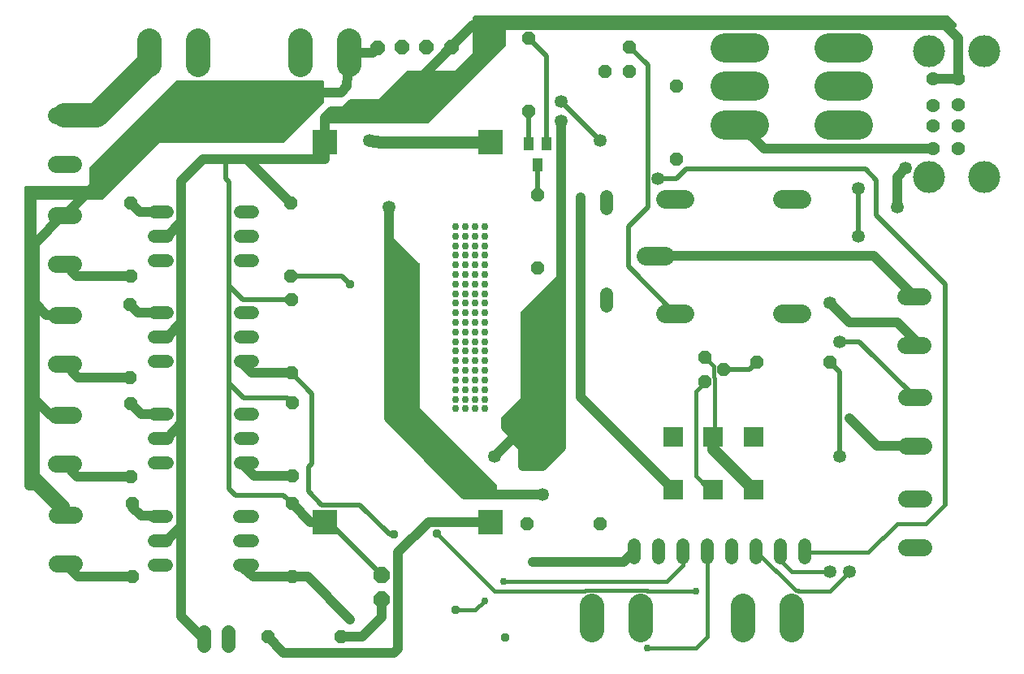
<source format=gbr>
G04 EAGLE Gerber X2 export*
%TF.Part,Single*%
%TF.FileFunction,Copper,L1,Top,Mixed*%
%TF.FilePolarity,Positive*%
%TF.GenerationSoftware,Autodesk,EAGLE,8.7.0*%
%TF.CreationDate,2019-01-30T20:44:03Z*%
G75*
%MOMM*%
%FSLAX34Y34*%
%LPD*%
%AMOC8*
5,1,8,0,0,1.08239X$1,22.5*%
G01*
%ADD10P,1.632244X8X292.500000*%
%ADD11C,1.790700*%
%ADD12C,1.320800*%
%ADD13C,2.540000*%
%ADD14C,1.981200*%
%ADD15P,1.814519X8X112.500000*%
%ADD16R,2.100000X2.100000*%
%ADD17R,1.000000X1.400000*%
%ADD18P,1.429621X8X112.500000*%
%ADD19P,1.429621X8X292.500000*%
%ADD20P,1.429621X8X22.500000*%
%ADD21C,3.009900*%
%ADD22C,3.327400*%
%ADD23C,1.428000*%
%ADD24C,1.422400*%
%ADD25R,2.500000X2.500000*%
%ADD26C,1.016000*%
%ADD27C,0.756400*%
%ADD28C,0.508000*%
%ADD29C,1.350000*%
%ADD30C,1.270000*%
%ADD31C,0.406400*%
%ADD32C,0.152400*%
%ADD33C,0.956400*%

G36*
X30129Y187472D02*
X30129Y187472D01*
X30260Y187474D01*
X30353Y187492D01*
X30449Y187501D01*
X30574Y187535D01*
X30702Y187560D01*
X30791Y187594D01*
X30883Y187619D01*
X31000Y187675D01*
X31122Y187722D01*
X31203Y187772D01*
X31290Y187813D01*
X31395Y187888D01*
X31506Y187956D01*
X31578Y188019D01*
X31656Y188075D01*
X31746Y188168D01*
X31844Y188254D01*
X31903Y188329D01*
X31970Y188397D01*
X32043Y188505D01*
X32123Y188607D01*
X32168Y188691D01*
X32222Y188770D01*
X32274Y188889D01*
X32336Y189004D01*
X32365Y189095D01*
X32404Y189182D01*
X32435Y189309D01*
X32475Y189432D01*
X32488Y189527D01*
X32511Y189620D01*
X32519Y189749D01*
X32536Y189878D01*
X32532Y189974D01*
X32538Y190069D01*
X32523Y190198D01*
X32518Y190328D01*
X32497Y190421D01*
X32486Y190516D01*
X32449Y190641D01*
X32420Y190768D01*
X32384Y190856D01*
X32356Y190947D01*
X32297Y191063D01*
X32247Y191183D01*
X32195Y191264D01*
X32152Y191349D01*
X32073Y191452D01*
X32002Y191561D01*
X31916Y191659D01*
X31880Y191707D01*
X31847Y191738D01*
X31796Y191796D01*
X22539Y201052D01*
X22539Y487461D01*
X90000Y487461D01*
X90164Y487475D01*
X90328Y487482D01*
X90388Y487495D01*
X90449Y487501D01*
X90607Y487544D01*
X90768Y487580D01*
X90824Y487603D01*
X90883Y487619D01*
X91031Y487690D01*
X91183Y487753D01*
X91235Y487786D01*
X91290Y487813D01*
X91423Y487908D01*
X91561Y487998D01*
X91619Y488049D01*
X91656Y488075D01*
X91698Y488118D01*
X91796Y488204D01*
X151052Y547461D01*
X280000Y547461D01*
X280164Y547475D01*
X280328Y547482D01*
X280388Y547495D01*
X280449Y547501D01*
X280607Y547544D01*
X280768Y547580D01*
X280824Y547603D01*
X280883Y547619D01*
X281031Y547690D01*
X281183Y547753D01*
X281235Y547786D01*
X281290Y547813D01*
X281423Y547908D01*
X281561Y547998D01*
X281619Y548049D01*
X281656Y548075D01*
X281698Y548118D01*
X281796Y548204D01*
X321796Y588204D01*
X321901Y588331D01*
X322013Y588452D01*
X322045Y588503D01*
X322084Y588550D01*
X322166Y588693D01*
X322254Y588831D01*
X322278Y588888D01*
X322308Y588941D01*
X322363Y589096D01*
X322425Y589248D01*
X322438Y589308D01*
X322459Y589365D01*
X322485Y589527D01*
X322520Y589688D01*
X322525Y589765D01*
X322532Y589809D01*
X322531Y589870D01*
X322539Y590000D01*
X322539Y610000D01*
X322536Y610035D01*
X322538Y610069D01*
X322516Y610258D01*
X322499Y610449D01*
X322490Y610482D01*
X322486Y610516D01*
X322431Y610699D01*
X322381Y610883D01*
X322366Y610914D01*
X322356Y610947D01*
X322269Y611118D01*
X322187Y611290D01*
X322167Y611318D01*
X322152Y611349D01*
X322036Y611501D01*
X321925Y611656D01*
X321900Y611680D01*
X321880Y611707D01*
X321740Y611836D01*
X321603Y611970D01*
X321574Y611989D01*
X321548Y612013D01*
X321387Y612115D01*
X321230Y612222D01*
X321198Y612236D01*
X321169Y612254D01*
X320992Y612327D01*
X320818Y612404D01*
X320784Y612412D01*
X320752Y612425D01*
X320565Y612465D01*
X320380Y612511D01*
X320346Y612513D01*
X320312Y612520D01*
X320000Y612539D01*
X170000Y612539D01*
X169836Y612525D01*
X169672Y612518D01*
X169612Y612505D01*
X169552Y612499D01*
X169393Y612456D01*
X169232Y612420D01*
X169176Y612397D01*
X169117Y612381D01*
X168969Y612310D01*
X168817Y612247D01*
X168765Y612214D01*
X168711Y612187D01*
X168577Y612092D01*
X168439Y612002D01*
X168381Y611951D01*
X168344Y611925D01*
X168302Y611882D01*
X168204Y611796D01*
X78204Y521796D01*
X78099Y521669D01*
X77988Y521548D01*
X77955Y521497D01*
X77916Y521450D01*
X77834Y521307D01*
X77746Y521169D01*
X77722Y521112D01*
X77692Y521059D01*
X77637Y520904D01*
X77575Y520752D01*
X77562Y520692D01*
X77541Y520635D01*
X77515Y520473D01*
X77480Y520312D01*
X77475Y520235D01*
X77468Y520191D01*
X77469Y520130D01*
X77461Y520000D01*
X77461Y502539D01*
X12700Y502539D01*
X12665Y502536D01*
X12631Y502538D01*
X12442Y502516D01*
X12251Y502499D01*
X12218Y502490D01*
X12184Y502486D01*
X12001Y502431D01*
X11817Y502381D01*
X11786Y502366D01*
X11753Y502356D01*
X11582Y502269D01*
X11410Y502187D01*
X11382Y502167D01*
X11351Y502152D01*
X11199Y502036D01*
X11044Y501925D01*
X11020Y501900D01*
X10993Y501880D01*
X10864Y501740D01*
X10730Y501603D01*
X10711Y501574D01*
X10687Y501548D01*
X10585Y501387D01*
X10478Y501230D01*
X10464Y501198D01*
X10446Y501169D01*
X10373Y500992D01*
X10296Y500818D01*
X10288Y500784D01*
X10275Y500752D01*
X10235Y500565D01*
X10189Y500380D01*
X10187Y500346D01*
X10180Y500312D01*
X10161Y500000D01*
X10161Y190000D01*
X10164Y189966D01*
X10162Y189931D01*
X10184Y189742D01*
X10201Y189552D01*
X10210Y189518D01*
X10214Y189484D01*
X10269Y189301D01*
X10319Y189117D01*
X10334Y189086D01*
X10344Y189053D01*
X10431Y188882D01*
X10513Y188711D01*
X10533Y188682D01*
X10548Y188651D01*
X10664Y188499D01*
X10775Y188344D01*
X10800Y188320D01*
X10820Y188293D01*
X10960Y188164D01*
X11097Y188030D01*
X11126Y188011D01*
X11152Y187988D01*
X11313Y187885D01*
X11470Y187778D01*
X11502Y187764D01*
X11531Y187746D01*
X11708Y187673D01*
X11882Y187596D01*
X11916Y187588D01*
X11948Y187575D01*
X12135Y187535D01*
X12320Y187489D01*
X12354Y187487D01*
X12388Y187480D01*
X12700Y187461D01*
X30000Y187461D01*
X30129Y187472D01*
G37*
G36*
X430164Y567475D02*
X430164Y567475D01*
X430328Y567482D01*
X430388Y567495D01*
X430449Y567501D01*
X430607Y567544D01*
X430768Y567580D01*
X430824Y567603D01*
X430883Y567619D01*
X431031Y567690D01*
X431183Y567753D01*
X431235Y567786D01*
X431290Y567813D01*
X431423Y567908D01*
X431561Y567998D01*
X431619Y568049D01*
X431656Y568075D01*
X431698Y568118D01*
X431796Y568204D01*
X511796Y648204D01*
X511901Y648331D01*
X512013Y648452D01*
X512045Y648503D01*
X512084Y648550D01*
X512166Y648693D01*
X512254Y648831D01*
X512278Y648888D01*
X512308Y648941D01*
X512363Y649096D01*
X512425Y649248D01*
X512438Y649308D01*
X512459Y649365D01*
X512485Y649527D01*
X512520Y649688D01*
X512525Y649765D01*
X512532Y649809D01*
X512531Y649870D01*
X512539Y650000D01*
X512539Y667461D01*
X980000Y667461D01*
X980130Y667472D01*
X980260Y667474D01*
X980353Y667492D01*
X980449Y667501D01*
X980574Y667535D01*
X980702Y667560D01*
X980791Y667594D01*
X980883Y667619D01*
X981000Y667675D01*
X981122Y667722D01*
X981203Y667772D01*
X981290Y667813D01*
X981395Y667888D01*
X981506Y667956D01*
X981578Y668019D01*
X981656Y668075D01*
X981746Y668168D01*
X981844Y668254D01*
X981903Y668329D01*
X981970Y668397D01*
X982043Y668505D01*
X982123Y668607D01*
X982168Y668691D01*
X982222Y668770D01*
X982274Y668889D01*
X982336Y669004D01*
X982365Y669095D01*
X982404Y669182D01*
X982435Y669309D01*
X982475Y669432D01*
X982488Y669527D01*
X982511Y669620D01*
X982519Y669749D01*
X982536Y669878D01*
X982532Y669974D01*
X982538Y670069D01*
X982523Y670198D01*
X982518Y670328D01*
X982497Y670421D01*
X982486Y670516D01*
X982449Y670641D01*
X982420Y670768D01*
X982384Y670856D01*
X982356Y670947D01*
X982297Y671063D01*
X982247Y671183D01*
X982195Y671263D01*
X982152Y671349D01*
X982073Y671452D01*
X982002Y671561D01*
X981916Y671659D01*
X981880Y671707D01*
X981847Y671738D01*
X981796Y671796D01*
X974496Y679096D01*
X974369Y679201D01*
X974248Y679313D01*
X974197Y679345D01*
X974150Y679384D01*
X974007Y679466D01*
X973869Y679554D01*
X973812Y679578D01*
X973759Y679608D01*
X973604Y679663D01*
X973452Y679725D01*
X973392Y679738D01*
X973335Y679759D01*
X973173Y679785D01*
X973012Y679820D01*
X972935Y679825D01*
X972891Y679832D01*
X972830Y679831D01*
X972700Y679839D01*
X480000Y679839D01*
X479966Y679836D01*
X479931Y679838D01*
X479742Y679816D01*
X479552Y679799D01*
X479518Y679790D01*
X479484Y679786D01*
X479301Y679731D01*
X479117Y679681D01*
X479086Y679666D01*
X479053Y679656D01*
X478882Y679569D01*
X478711Y679487D01*
X478682Y679467D01*
X478651Y679452D01*
X478499Y679336D01*
X478344Y679225D01*
X478320Y679200D01*
X478293Y679180D01*
X478164Y679040D01*
X478030Y678903D01*
X478011Y678874D01*
X477988Y678848D01*
X477885Y678687D01*
X477778Y678530D01*
X477764Y678498D01*
X477746Y678469D01*
X477673Y678292D01*
X477596Y678118D01*
X477588Y678084D01*
X477575Y678052D01*
X477535Y677865D01*
X477489Y677680D01*
X477487Y677646D01*
X477480Y677612D01*
X477461Y677300D01*
X477461Y641052D01*
X458948Y622539D01*
X410000Y622539D01*
X409836Y622525D01*
X409672Y622518D01*
X409612Y622505D01*
X409552Y622499D01*
X409393Y622456D01*
X409232Y622420D01*
X409176Y622397D01*
X409117Y622381D01*
X408969Y622310D01*
X408817Y622247D01*
X408765Y622214D01*
X408711Y622187D01*
X408577Y622092D01*
X408439Y622002D01*
X408381Y621951D01*
X408344Y621925D01*
X408302Y621882D01*
X408204Y621796D01*
X378948Y592539D01*
X350000Y592539D01*
X349836Y592525D01*
X349672Y592518D01*
X349612Y592505D01*
X349552Y592499D01*
X349393Y592456D01*
X349232Y592420D01*
X349176Y592397D01*
X349117Y592381D01*
X348969Y592310D01*
X348817Y592247D01*
X348765Y592214D01*
X348711Y592187D01*
X348577Y592092D01*
X348439Y592002D01*
X348381Y591951D01*
X348344Y591925D01*
X348302Y591882D01*
X348204Y591796D01*
X328204Y571796D01*
X328121Y571696D01*
X328030Y571603D01*
X327977Y571523D01*
X327916Y571450D01*
X327851Y571337D01*
X327778Y571230D01*
X327740Y571142D01*
X327692Y571059D01*
X327649Y570937D01*
X327596Y570818D01*
X327573Y570725D01*
X327541Y570635D01*
X327520Y570506D01*
X327489Y570380D01*
X327484Y570285D01*
X327468Y570191D01*
X327470Y570061D01*
X327462Y569931D01*
X327473Y569836D01*
X327474Y569740D01*
X327499Y569613D01*
X327514Y569484D01*
X327541Y569392D01*
X327560Y569298D01*
X327606Y569177D01*
X327644Y569053D01*
X327687Y568968D01*
X327722Y568878D01*
X327789Y568767D01*
X327848Y568651D01*
X327906Y568575D01*
X327956Y568494D01*
X328042Y568396D01*
X328120Y568293D01*
X328191Y568228D01*
X328254Y568156D01*
X328356Y568076D01*
X328452Y567988D01*
X328532Y567936D01*
X328607Y567877D01*
X328722Y567816D01*
X328831Y567746D01*
X328920Y567709D01*
X329004Y567664D01*
X329128Y567624D01*
X329248Y567575D01*
X329341Y567555D01*
X329432Y567525D01*
X329561Y567507D01*
X329688Y567480D01*
X329818Y567472D01*
X329878Y567464D01*
X329923Y567466D01*
X330000Y567461D01*
X430000Y567461D01*
X430164Y567475D01*
G37*
G36*
X500035Y177464D02*
X500035Y177464D01*
X500069Y177462D01*
X500258Y177484D01*
X500449Y177501D01*
X500482Y177510D01*
X500516Y177514D01*
X500699Y177569D01*
X500883Y177619D01*
X500914Y177634D01*
X500947Y177644D01*
X501118Y177731D01*
X501290Y177813D01*
X501318Y177833D01*
X501349Y177848D01*
X501501Y177964D01*
X501656Y178075D01*
X501680Y178100D01*
X501707Y178120D01*
X501836Y178261D01*
X501970Y178397D01*
X501989Y178426D01*
X502013Y178452D01*
X502115Y178613D01*
X502222Y178770D01*
X502236Y178802D01*
X502254Y178831D01*
X502327Y179008D01*
X502404Y179182D01*
X502412Y179216D01*
X502425Y179248D01*
X502465Y179435D01*
X502511Y179620D01*
X502513Y179654D01*
X502520Y179688D01*
X502539Y180000D01*
X502539Y190000D01*
X502525Y190164D01*
X502518Y190328D01*
X502505Y190388D01*
X502499Y190449D01*
X502456Y190607D01*
X502420Y190768D01*
X502397Y190824D01*
X502381Y190883D01*
X502310Y191031D01*
X502247Y191183D01*
X502214Y191235D01*
X502187Y191290D01*
X502092Y191423D01*
X502002Y191561D01*
X501951Y191619D01*
X501925Y191656D01*
X501882Y191698D01*
X501796Y191796D01*
X422539Y271052D01*
X422539Y420000D01*
X422525Y420164D01*
X422518Y420328D01*
X422505Y420388D01*
X422499Y420449D01*
X422456Y420607D01*
X422420Y420768D01*
X422397Y420824D01*
X422381Y420883D01*
X422310Y421031D01*
X422247Y421183D01*
X422214Y421235D01*
X422187Y421290D01*
X422092Y421423D01*
X422002Y421561D01*
X421951Y421619D01*
X421925Y421656D01*
X421882Y421698D01*
X421796Y421796D01*
X391796Y451796D01*
X391696Y451879D01*
X391603Y451970D01*
X391523Y452023D01*
X391450Y452084D01*
X391337Y452149D01*
X391230Y452222D01*
X391142Y452260D01*
X391059Y452308D01*
X390937Y452351D01*
X390818Y452404D01*
X390725Y452427D01*
X390635Y452459D01*
X390506Y452480D01*
X390380Y452511D01*
X390285Y452516D01*
X390191Y452532D01*
X390061Y452530D01*
X389931Y452538D01*
X389836Y452527D01*
X389740Y452526D01*
X389613Y452501D01*
X389484Y452486D01*
X389392Y452459D01*
X389298Y452440D01*
X389177Y452394D01*
X389053Y452356D01*
X388968Y452313D01*
X388878Y452278D01*
X388767Y452211D01*
X388651Y452152D01*
X388575Y452094D01*
X388494Y452044D01*
X388396Y451958D01*
X388293Y451880D01*
X388228Y451809D01*
X388156Y451746D01*
X388076Y451644D01*
X387988Y451548D01*
X387936Y451468D01*
X387877Y451393D01*
X387816Y451279D01*
X387746Y451169D01*
X387709Y451080D01*
X387664Y450996D01*
X387624Y450872D01*
X387575Y450752D01*
X387555Y450659D01*
X387525Y450568D01*
X387507Y450439D01*
X387480Y450312D01*
X387472Y450182D01*
X387464Y450122D01*
X387466Y450077D01*
X387461Y450000D01*
X387461Y260000D01*
X387475Y259836D01*
X387482Y259672D01*
X387495Y259612D01*
X387501Y259552D01*
X387544Y259393D01*
X387580Y259232D01*
X387603Y259176D01*
X387619Y259117D01*
X387690Y258969D01*
X387753Y258817D01*
X387786Y258765D01*
X387813Y258711D01*
X387908Y258577D01*
X387998Y258439D01*
X388049Y258381D01*
X388075Y258344D01*
X388118Y258302D01*
X388204Y258204D01*
X468204Y178204D01*
X468331Y178099D01*
X468452Y177988D01*
X468503Y177955D01*
X468550Y177916D01*
X468693Y177834D01*
X468831Y177746D01*
X468888Y177722D01*
X468941Y177692D01*
X469096Y177637D01*
X469248Y177575D01*
X469308Y177562D01*
X469365Y177541D01*
X469527Y177515D01*
X469688Y177480D01*
X469765Y177475D01*
X469809Y177468D01*
X469870Y177469D01*
X470000Y177461D01*
X500000Y177461D01*
X500035Y177464D01*
G37*
G36*
X550164Y207475D02*
X550164Y207475D01*
X550328Y207482D01*
X550388Y207495D01*
X550449Y207501D01*
X550607Y207544D01*
X550768Y207580D01*
X550824Y207603D01*
X550883Y207619D01*
X551031Y207690D01*
X551183Y207753D01*
X551235Y207786D01*
X551290Y207813D01*
X551423Y207908D01*
X551561Y207998D01*
X551619Y208049D01*
X551656Y208075D01*
X551698Y208118D01*
X551796Y208204D01*
X571796Y228204D01*
X571901Y228331D01*
X572013Y228452D01*
X572045Y228503D01*
X572084Y228550D01*
X572166Y228693D01*
X572254Y228831D01*
X572278Y228888D01*
X572308Y228941D01*
X572363Y229096D01*
X572425Y229248D01*
X572438Y229308D01*
X572459Y229365D01*
X572485Y229527D01*
X572520Y229688D01*
X572525Y229765D01*
X572532Y229809D01*
X572531Y229870D01*
X572539Y230000D01*
X572539Y410000D01*
X572528Y410129D01*
X572526Y410260D01*
X572508Y410353D01*
X572499Y410449D01*
X572465Y410574D01*
X572440Y410702D01*
X572406Y410791D01*
X572381Y410883D01*
X572325Y411000D01*
X572278Y411122D01*
X572228Y411203D01*
X572187Y411290D01*
X572112Y411395D01*
X572044Y411506D01*
X571981Y411578D01*
X571925Y411656D01*
X571832Y411746D01*
X571746Y411844D01*
X571671Y411903D01*
X571603Y411970D01*
X571495Y412043D01*
X571393Y412123D01*
X571309Y412168D01*
X571230Y412222D01*
X571111Y412274D01*
X570996Y412336D01*
X570905Y412365D01*
X570818Y412404D01*
X570691Y412435D01*
X570568Y412475D01*
X570473Y412488D01*
X570380Y412511D01*
X570251Y412519D01*
X570122Y412536D01*
X570026Y412532D01*
X569931Y412538D01*
X569802Y412523D01*
X569672Y412518D01*
X569579Y412497D01*
X569484Y412486D01*
X569359Y412449D01*
X569232Y412420D01*
X569144Y412384D01*
X569053Y412356D01*
X568937Y412297D01*
X568817Y412247D01*
X568736Y412195D01*
X568651Y412152D01*
X568548Y412073D01*
X568439Y412002D01*
X568341Y411916D01*
X568293Y411880D01*
X568262Y411847D01*
X568204Y411796D01*
X528204Y371796D01*
X528099Y371669D01*
X527988Y371548D01*
X527955Y371497D01*
X527916Y371450D01*
X527834Y371307D01*
X527746Y371169D01*
X527722Y371112D01*
X527692Y371059D01*
X527637Y370904D01*
X527575Y370752D01*
X527562Y370692D01*
X527541Y370635D01*
X527515Y370473D01*
X527480Y370312D01*
X527475Y370235D01*
X527468Y370191D01*
X527469Y370130D01*
X527461Y370000D01*
X527461Y281052D01*
X508204Y261796D01*
X508099Y261669D01*
X507988Y261548D01*
X507955Y261497D01*
X507916Y261450D01*
X507834Y261307D01*
X507746Y261169D01*
X507722Y261112D01*
X507692Y261059D01*
X507637Y260904D01*
X507575Y260752D01*
X507562Y260692D01*
X507541Y260635D01*
X507515Y260473D01*
X507480Y260312D01*
X507475Y260235D01*
X507468Y260191D01*
X507469Y260130D01*
X507461Y260000D01*
X507461Y250000D01*
X507475Y249836D01*
X507482Y249672D01*
X507495Y249612D01*
X507501Y249552D01*
X507544Y249393D01*
X507580Y249232D01*
X507603Y249176D01*
X507619Y249117D01*
X507690Y248969D01*
X507753Y248817D01*
X507786Y248765D01*
X507813Y248711D01*
X507908Y248577D01*
X507998Y248439D01*
X508049Y248381D01*
X508075Y248344D01*
X508118Y248302D01*
X508204Y248204D01*
X527461Y228948D01*
X527461Y210000D01*
X527464Y209966D01*
X527462Y209931D01*
X527484Y209742D01*
X527501Y209552D01*
X527510Y209518D01*
X527514Y209484D01*
X527569Y209301D01*
X527619Y209117D01*
X527634Y209086D01*
X527644Y209053D01*
X527731Y208882D01*
X527813Y208711D01*
X527833Y208682D01*
X527848Y208651D01*
X527964Y208499D01*
X528075Y208344D01*
X528100Y208320D01*
X528120Y208293D01*
X528261Y208164D01*
X528397Y208030D01*
X528426Y208011D01*
X528452Y207988D01*
X528613Y207885D01*
X528770Y207778D01*
X528802Y207764D01*
X528831Y207746D01*
X529008Y207673D01*
X529182Y207596D01*
X529216Y207588D01*
X529248Y207575D01*
X529435Y207535D01*
X529620Y207489D01*
X529654Y207487D01*
X529688Y207480D01*
X530000Y207461D01*
X550000Y207461D01*
X550164Y207475D01*
G37*
D10*
X378456Y646532D03*
D11*
X929267Y125646D02*
X947174Y125646D01*
X947174Y176446D02*
X929267Y176446D01*
D10*
X429590Y646734D03*
X404026Y646684D03*
D11*
X928977Y336488D02*
X946884Y336488D01*
X946884Y387288D02*
X928977Y387288D01*
D12*
X617100Y478396D02*
X617100Y491604D01*
X617100Y390004D02*
X617100Y376796D01*
D11*
X61532Y159118D02*
X43625Y159118D01*
X43625Y108318D02*
X61532Y108318D01*
D13*
X601860Y64200D02*
X601860Y38800D01*
X810140Y38800D02*
X810140Y64200D01*
X759340Y64200D02*
X759340Y38800D01*
X652660Y38800D02*
X652660Y64200D01*
X140560Y628800D02*
X140560Y654200D01*
X348840Y654200D02*
X348840Y628800D01*
X298040Y628800D02*
X298040Y654200D01*
X191360Y654200D02*
X191360Y628800D01*
D10*
X455178Y646968D03*
D14*
X658144Y429400D02*
X677956Y429400D01*
X678464Y369710D02*
X698276Y369710D01*
X698276Y489090D02*
X678464Y489090D01*
X800384Y489090D02*
X820196Y489090D01*
X820196Y369710D02*
X800384Y369710D01*
D11*
X929621Y231086D02*
X947528Y231086D01*
X947528Y281886D02*
X929621Y281886D01*
D15*
X382900Y71400D03*
X382900Y96800D03*
D16*
X686500Y240800D03*
X728500Y240800D03*
X770500Y240800D03*
X770500Y185800D03*
X728500Y185800D03*
X686500Y185800D03*
D12*
X158780Y475056D02*
X145572Y475056D01*
X145572Y449656D02*
X158780Y449656D01*
X234980Y449656D02*
X248188Y449656D01*
X248188Y475056D02*
X234980Y475056D01*
X158780Y424256D02*
X145572Y424256D01*
X234980Y424256D02*
X248188Y424256D01*
X158976Y370286D02*
X145768Y370286D01*
X145768Y344886D02*
X158976Y344886D01*
X235176Y344886D02*
X248384Y344886D01*
X248384Y370286D02*
X235176Y370286D01*
X158976Y319486D02*
X145768Y319486D01*
X235176Y319486D02*
X248384Y319486D01*
X158722Y264274D02*
X145514Y264274D01*
X145514Y238874D02*
X158722Y238874D01*
X234922Y238874D02*
X248130Y238874D01*
X248130Y264274D02*
X234922Y264274D01*
X158722Y213474D02*
X145514Y213474D01*
X234922Y213474D02*
X248130Y213474D01*
X158628Y157754D02*
X145420Y157754D01*
X145420Y132354D02*
X158628Y132354D01*
X234828Y132354D02*
X248036Y132354D01*
X248036Y157754D02*
X234828Y157754D01*
X158628Y106954D02*
X145420Y106954D01*
X234828Y106954D02*
X248036Y106954D01*
D17*
X545200Y524600D03*
X535700Y546600D03*
X554700Y546600D03*
D18*
X120696Y408178D03*
X120696Y484378D03*
D19*
X690048Y606200D03*
X690048Y530000D03*
D20*
X774166Y318126D03*
X850366Y318126D03*
X533800Y150000D03*
X610000Y150000D03*
D19*
X536000Y656200D03*
X536000Y580000D03*
D18*
X544950Y416450D03*
X544950Y492650D03*
D20*
X263800Y32000D03*
X340000Y32000D03*
D19*
X287576Y484632D03*
X287576Y408432D03*
D18*
X120188Y302514D03*
X120188Y378714D03*
D19*
X288338Y383540D03*
X288338Y307340D03*
D18*
X120696Y199390D03*
X120696Y275590D03*
D19*
X289608Y276098D03*
X289608Y199898D03*
D18*
X122728Y94996D03*
X122728Y171196D03*
D19*
X289284Y170846D03*
X289284Y94646D03*
D21*
X849451Y646132D02*
X879550Y646132D01*
X879550Y606000D02*
X849451Y606000D01*
X849451Y565868D02*
X879550Y565868D01*
X771150Y646132D02*
X741051Y646132D01*
X741051Y606000D02*
X771150Y606000D01*
X771150Y565868D02*
X741051Y565868D01*
D11*
X61278Y263258D02*
X43371Y263258D01*
X43371Y212458D02*
X61278Y212458D01*
X61058Y471554D02*
X43151Y471554D01*
X43151Y420754D02*
X61058Y420754D01*
X61058Y367444D02*
X43151Y367444D01*
X43151Y316644D02*
X61058Y316644D01*
D20*
X615600Y621700D03*
X641000Y621700D03*
X641000Y647100D03*
D22*
X953630Y511446D03*
X1010526Y511700D03*
X953630Y643018D03*
X1010526Y642764D03*
D23*
X983602Y565294D03*
X983602Y586630D03*
X957440Y565294D03*
X957440Y586376D03*
X983602Y613808D03*
X983602Y540910D03*
X957440Y613808D03*
X957440Y540910D03*
D24*
X197300Y37112D02*
X197300Y22888D01*
X222700Y22888D02*
X222700Y37112D01*
D11*
X60912Y575632D02*
X43005Y575632D01*
X43005Y524832D02*
X60912Y524832D01*
D25*
X496360Y548120D03*
X323640Y548120D03*
X323640Y151880D03*
X496360Y151880D03*
D19*
X720000Y297808D03*
X739050Y310508D03*
X720000Y323208D03*
D12*
X646070Y128082D02*
X646070Y114874D01*
X671470Y114874D02*
X671470Y128082D01*
X696870Y128082D02*
X696870Y114874D01*
X722270Y114874D02*
X722270Y128082D01*
X747670Y128082D02*
X747670Y114874D01*
X773070Y114874D02*
X773070Y128082D01*
X798470Y128082D02*
X798470Y114874D01*
X823870Y114874D02*
X823870Y128082D01*
D26*
X173760Y464636D02*
X158780Y449656D01*
X173760Y464636D02*
X173760Y507313D01*
X196447Y530000D01*
X242208Y530000D02*
X323640Y530000D01*
X173760Y359670D02*
X158976Y344886D01*
X173760Y359670D02*
X173760Y464636D01*
X173760Y254674D02*
X158722Y238874D01*
X173760Y254674D02*
X173760Y359670D01*
X173760Y147486D02*
X173760Y53540D01*
X173760Y147486D02*
X173760Y254674D01*
X323640Y530000D02*
X323640Y540000D01*
X323640Y548120D01*
X196447Y530000D02*
X191279Y524832D01*
D27*
X196447Y530000D03*
D26*
X289284Y170846D02*
X308250Y151880D01*
X323640Y151880D01*
X197300Y30000D02*
X173760Y53540D01*
X287576Y484632D02*
X242208Y530000D01*
X220000Y530000D01*
X196447Y530000D01*
D28*
X220000Y530000D02*
X220000Y509961D01*
X223700Y506261D02*
X223700Y398092D01*
X223700Y506261D02*
X220000Y509961D01*
X238252Y383540D02*
X288338Y383540D01*
X238252Y383540D02*
X223700Y398092D01*
X284274Y281432D02*
X289608Y276098D01*
X284274Y281432D02*
X238760Y281432D01*
X223700Y296492D01*
X223700Y398092D01*
D26*
X173760Y147486D02*
X158628Y132354D01*
D28*
X280130Y180000D02*
X289284Y170846D01*
X280130Y180000D02*
X230000Y180000D01*
X223700Y186300D01*
X223700Y296492D01*
X327820Y151880D02*
X382900Y96800D01*
X327820Y151880D02*
X323640Y151880D01*
X448780Y641402D02*
X455178Y646968D01*
X448780Y641402D02*
X378210Y580000D01*
X323640Y570000D02*
X323640Y540000D01*
D26*
X323640Y548120D02*
X323640Y570000D01*
X323640Y573640D01*
X330000Y580000D01*
X378210Y580000D01*
X388210Y580000D01*
X455178Y646968D01*
X477379Y670000D02*
X970000Y670000D01*
X477379Y670000D02*
X448780Y641402D01*
X957440Y613808D02*
X983602Y613808D01*
D29*
X860000Y340000D03*
D28*
X880460Y340000D01*
X938574Y281886D01*
D26*
X983602Y613808D02*
X983602Y656398D01*
X970000Y670000D01*
D29*
X920000Y480000D03*
D26*
X920000Y511815D01*
X928719Y520534D01*
D29*
X928719Y520534D03*
D30*
X728500Y227800D02*
X770500Y185800D01*
X728500Y227800D02*
X728500Y240800D01*
D31*
X728890Y314318D02*
X720000Y323208D01*
X730160Y302016D02*
X730160Y293600D01*
X730000Y293440D01*
X728890Y303286D02*
X728890Y314318D01*
X728890Y303286D02*
X730160Y302016D01*
X730000Y242300D02*
X728500Y240800D01*
X730000Y242300D02*
X730000Y293440D01*
D26*
X130018Y475056D02*
X120696Y484378D01*
X130018Y475056D02*
X158780Y475056D01*
X120696Y408178D02*
X64680Y408178D01*
X52104Y420754D01*
D32*
X52104Y471554D02*
X50000Y471554D01*
D26*
X20848Y190848D02*
X52578Y159118D01*
X20848Y190848D02*
X20848Y200000D01*
X20848Y280000D01*
X20848Y380000D01*
X20848Y442402D01*
X50000Y471554D01*
X52324Y263258D02*
X37590Y263258D01*
X20848Y280000D01*
X33404Y367444D02*
X52104Y367444D01*
X33404Y367444D02*
X20848Y380000D01*
X52104Y471554D02*
X180550Y600000D01*
X340000Y600000D02*
X346300Y606300D01*
X348840Y641500D01*
X340000Y600000D02*
X180550Y600000D01*
D29*
X370000Y550000D03*
D30*
X381880Y548120D01*
X496360Y548120D01*
D29*
X550000Y180814D03*
D26*
X469186Y180814D01*
D29*
X390000Y480000D03*
D26*
X390000Y260000D02*
X469186Y180814D01*
X390000Y260000D02*
X390000Y480000D01*
X52578Y168270D02*
X20848Y200000D01*
X52578Y168270D02*
X52578Y159118D01*
X21696Y190000D01*
X15240Y190000D01*
X348840Y641500D02*
X373424Y641500D01*
X378456Y646532D01*
D27*
X870000Y260000D03*
D26*
X898914Y231086D01*
X938574Y231086D01*
D28*
X554700Y546600D02*
X554700Y637500D01*
X536000Y656200D01*
D27*
X540000Y110000D03*
D26*
X634592Y110000D01*
X646070Y121478D01*
D33*
X440000Y140000D03*
X350000Y400000D03*
D28*
X341568Y408432D01*
X287576Y408432D01*
D31*
X440000Y140000D02*
X500000Y80000D01*
D27*
X710000Y80000D03*
D31*
X594671Y80000D02*
X500000Y80000D01*
X594671Y80000D02*
X595127Y80456D01*
X659394Y80456D02*
X659850Y80000D01*
X710000Y80000D01*
X659394Y80456D02*
X595127Y80456D01*
D26*
X158976Y370286D02*
X128616Y370286D01*
X120188Y378714D01*
X120188Y302514D02*
X66234Y302514D01*
X52104Y316644D01*
X235176Y319486D02*
X247322Y307340D01*
X288338Y307340D01*
D28*
X310000Y285678D01*
X310000Y212974D01*
X306100Y209074D01*
X306100Y183900D01*
X320100Y169900D01*
X391062Y138938D02*
X394970Y138938D01*
D33*
X394970Y138938D03*
X511255Y31255D03*
D28*
X360100Y169900D02*
X320100Y169900D01*
X360100Y169900D02*
X391062Y138938D01*
D27*
X659811Y20189D03*
D31*
X710189Y20189D01*
X722270Y32270D02*
X722270Y121478D01*
X722270Y32270D02*
X710189Y20189D01*
D26*
X158722Y264274D02*
X132012Y264274D01*
X120696Y275590D01*
X120696Y199390D02*
X65392Y199390D01*
X52324Y212458D01*
X234922Y213474D02*
X236526Y213474D01*
X250000Y200000D01*
X276916Y200000D01*
X289608Y199898D01*
D33*
X460000Y60000D03*
D31*
X696870Y106870D02*
X696870Y121478D01*
X696870Y106870D02*
X680000Y90000D01*
X510000Y90000D01*
D27*
X510000Y90000D03*
X490000Y70000D03*
D31*
X480000Y60000D01*
X460000Y60000D01*
D26*
X158628Y157754D02*
X131738Y158262D01*
X122728Y167272D02*
X122728Y171196D01*
X122728Y167272D02*
X131738Y158262D01*
D32*
X122728Y94996D02*
X120000Y94996D01*
D26*
X65900Y94996D01*
X52578Y108318D01*
X248914Y94646D02*
X289284Y94646D01*
X248914Y94646D02*
X234828Y106954D01*
D33*
X350000Y50000D03*
D26*
X305354Y94646D01*
X289284Y94646D01*
D28*
X660000Y628100D02*
X641000Y647100D01*
X660000Y480000D02*
X640000Y460000D01*
X640000Y418080D01*
X688370Y369710D01*
X660000Y480000D02*
X660000Y628100D01*
D26*
X895818Y429400D02*
X937930Y387288D01*
X895818Y429400D02*
X668050Y429400D01*
D29*
X880000Y500000D03*
D28*
X880000Y450000D01*
D29*
X880000Y450000D03*
X870000Y100000D03*
D31*
X850000Y80000D01*
X817330Y80000D01*
X816874Y80456D01*
X814092Y80456D01*
X773070Y121478D01*
D26*
X280560Y15240D02*
X263800Y32000D01*
X431880Y151880D02*
X496360Y151880D01*
X431880Y151880D02*
X400000Y120000D01*
D29*
X570000Y570000D03*
D26*
X570000Y290000D01*
X520000Y240000D01*
D29*
X500000Y220000D03*
D26*
X520000Y240000D01*
X570000Y230000D02*
X570000Y570000D01*
X570000Y230000D02*
X550000Y210000D01*
X530000Y210000D01*
X530000Y230000D01*
X520000Y240000D01*
X395240Y15240D02*
X280560Y15240D01*
X395240Y15240D02*
X400000Y20000D01*
X400000Y120000D01*
D28*
X766548Y310508D02*
X774166Y318126D01*
X766548Y310508D02*
X739050Y310508D01*
D31*
X720000Y297808D02*
X710000Y287808D01*
X710000Y200000D01*
X724200Y185800D02*
X728500Y185800D01*
X724200Y185800D02*
X710000Y200000D01*
D28*
X850366Y318126D02*
X860000Y308492D01*
X860000Y220000D01*
D29*
X860000Y220000D03*
X850000Y100000D03*
D31*
X810000Y100000D01*
X798470Y111530D01*
X798470Y121478D01*
D28*
X536000Y546900D02*
X536000Y580000D01*
X536000Y546900D02*
X535700Y546600D01*
X970000Y400000D02*
X970000Y170000D01*
X970000Y400000D02*
X898398Y471602D01*
X898398Y508508D01*
X886906Y520000D01*
X700000Y520000D02*
X690000Y510000D01*
X670814Y510000D01*
D29*
X670814Y510000D03*
X610000Y550000D03*
D28*
X570000Y590000D01*
D29*
X570000Y590000D03*
D28*
X700000Y520000D02*
X886906Y520000D01*
D31*
X823870Y121478D02*
X825348Y120000D01*
X890000Y120000D01*
X920000Y150000D01*
X950000Y150000D01*
X970000Y170000D01*
D28*
X545200Y492900D02*
X545200Y524600D01*
X545200Y492900D02*
X544950Y492650D01*
D27*
X590000Y490000D03*
D26*
X590000Y282300D01*
X669740Y202560D02*
X686500Y185800D01*
X669740Y202560D02*
X669740Y202926D01*
X652026Y220640D01*
X651660Y220640D01*
X590000Y282300D01*
D13*
X85632Y575632D02*
X51958Y575632D01*
X140560Y630560D02*
X140560Y641500D01*
X140560Y630560D02*
X85632Y575632D01*
D29*
X850000Y380000D03*
D26*
X870000Y360000D01*
X920000Y360000D01*
X937930Y342070D01*
X937930Y336488D01*
X361946Y32000D02*
X340000Y32000D01*
X361946Y32000D02*
X383032Y53086D01*
X382900Y53218D01*
X382900Y71400D01*
X781058Y540910D02*
X756100Y565868D01*
X781058Y540910D02*
X957440Y540910D01*
D27*
X490000Y450000D03*
X480000Y450000D03*
X470000Y450000D03*
X470000Y440000D03*
X480000Y440000D03*
X490000Y440000D03*
X490000Y430000D03*
X480000Y430000D03*
X470000Y430000D03*
X460000Y430000D03*
X460000Y420000D03*
X470000Y420000D03*
X480000Y420000D03*
X490000Y420000D03*
X490000Y410000D03*
X480000Y410000D03*
X460000Y410000D03*
X470000Y410000D03*
X460000Y400000D03*
X470000Y400000D03*
X480000Y400000D03*
X490000Y400000D03*
X490000Y390000D03*
X470000Y390000D03*
X460000Y390000D03*
X480000Y390000D03*
X480000Y380000D03*
X470000Y380000D03*
X460000Y380000D03*
X490000Y380000D03*
X490000Y370000D03*
X480000Y370000D03*
X470000Y370000D03*
X460000Y370000D03*
X490000Y360000D03*
X480000Y360000D03*
X470000Y360000D03*
X460000Y360000D03*
X460000Y350000D03*
X470000Y350000D03*
X480000Y350000D03*
X490000Y350000D03*
X490000Y340000D03*
X480000Y340000D03*
X470000Y340000D03*
X460000Y340000D03*
X460000Y330000D03*
X470000Y330000D03*
X480000Y330000D03*
X490000Y330000D03*
X490000Y320000D03*
X480000Y320000D03*
X470000Y320000D03*
X460000Y320000D03*
X460000Y310000D03*
X470000Y310000D03*
X480000Y310000D03*
X490000Y310000D03*
X490000Y300000D03*
X480000Y300000D03*
X470000Y300000D03*
X460000Y300000D03*
X460000Y280000D03*
X460000Y290000D03*
X470000Y290000D03*
X470000Y280000D03*
X480000Y290000D03*
X480000Y280000D03*
X490000Y290000D03*
X490000Y280000D03*
X470000Y460000D03*
X480000Y460000D03*
X490000Y460000D03*
X460000Y270000D03*
X470000Y270000D03*
X480000Y270000D03*
X490000Y270000D03*
X460000Y460000D03*
X460000Y450000D03*
X460000Y440000D03*
M02*

</source>
